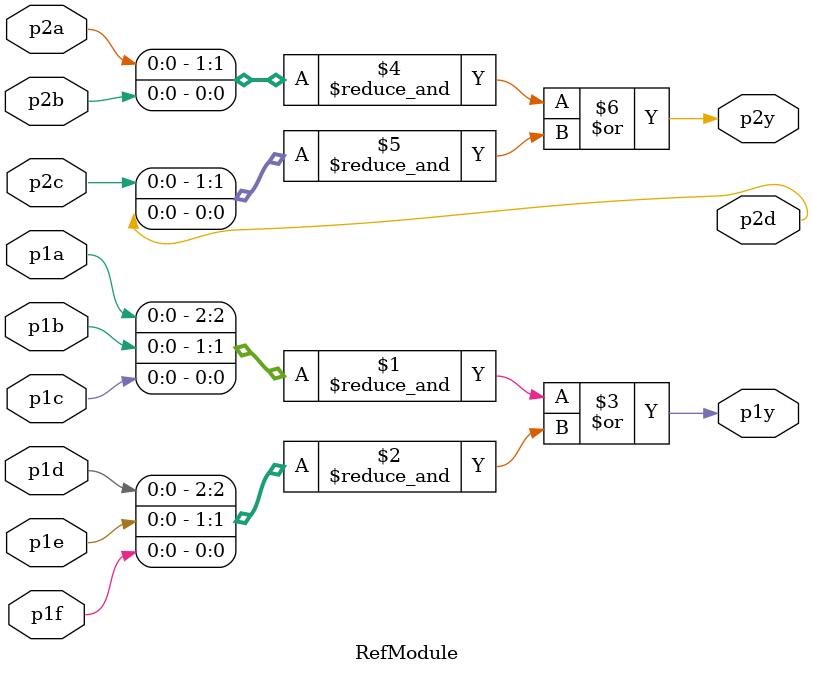
<source format=sv>

module RefModule (
  input p1a,
  input p1b,
  input p1c,
  input p1d,
  input p1e,
  input p1f,
  output p1y,
  input p2a,
  input p2b,
  input p2c,
  output p2d,
  output p2y
);

  assign p1y = &{p1a, p1b, p1c} | &{p1d, p1e, p1f};
  assign p2y = &{p2a, p2b} | &{p2c, p2d};

endmodule


</source>
